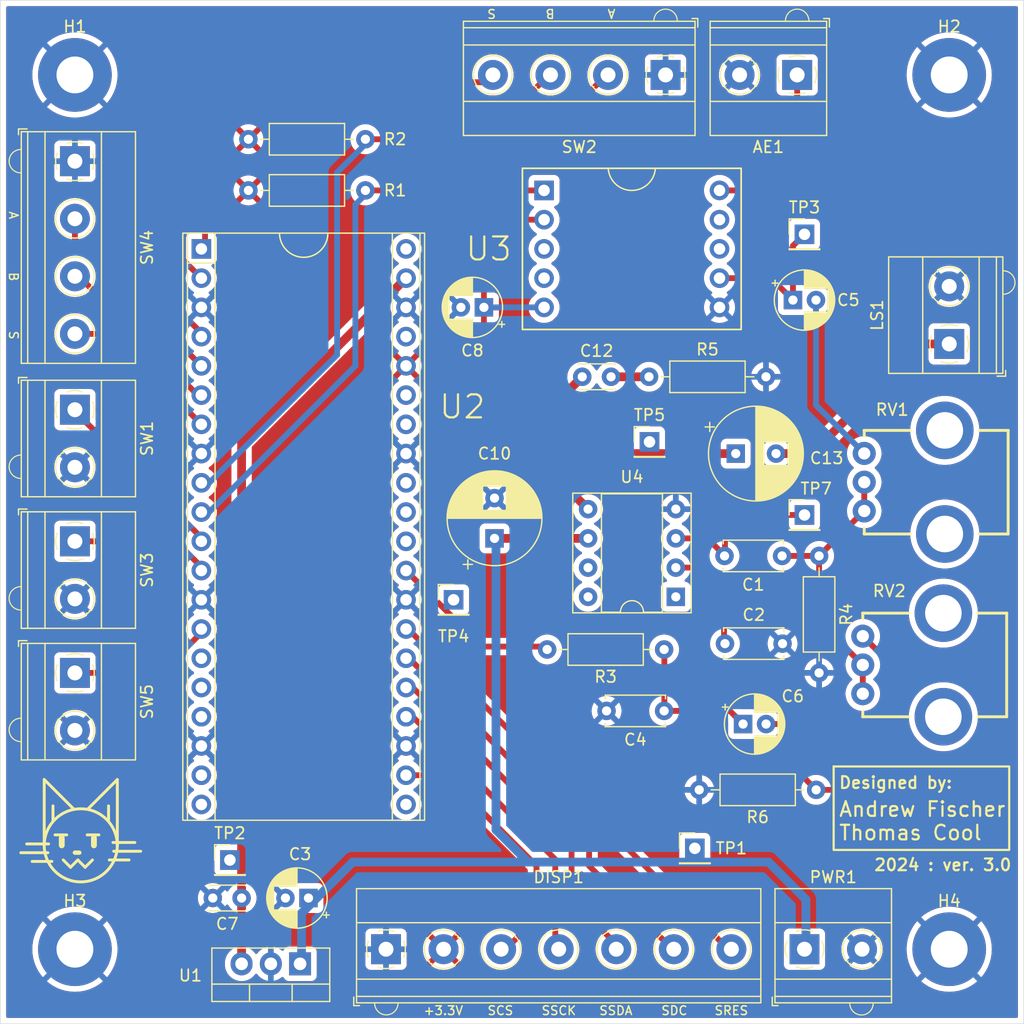
<source format=kicad_pcb>
(kicad_pcb (version 20240108) (generator "pcbnew") (generator_version "8.0")
  (layers (0 "F.Cu" signal) (31 "B.Cu" signal) (36 "B.SilkS" user "B.Silkscreen") (37 "F.SilkS" user "F.Silkscreen") (38 "B.Mask" user) (39 "F.Mask" user) (44 "Edge.Cuts" user))
  (net 0 "")
  (net 1 "GND")
  (net 2 "Net-(AE1-A)")
  (net 3 "+5V")
  (net 4 "+3.3V")
  (net 5 "Net-(C4-Pad1)")
  (net 6 "/AOUT")
  (net 7 "Net-(C5-Pad2)")
  (net 8 "Net-(C6-Pad2)")
  (net 9 "Net-(U4-+)")
  (net 11 "Net-(C12-Pad1)")
  (net 12 "Net-(C12-Pad2)")
  (net 13 "Net-(C13-Pad2)")
  (net 14 "/SDC")
  (net 15 "/SCS")
  (net 16 "/SSDA")
  (net 17 "/SSCK")
  (net 18 "/SRES")
  (net 19 "/ISCL")
  (net 20 "/ISDA")
  (net 21 "/PWM")
  (net 22 "/BTN1")
  (net 23 "/BTN2")
  (net 24 "/BTN3")
  (net 26 "/ENC2_CL")
  (net 30 "/ENC2_PB")
  (net 32 "/ENC1_PB")
  (net 35 "/ENC1_DR")
  (net 36 "/ENC1_CL")
  (net 42 "/ENC2_DR")
  (net 49 "Net-(C1-Pad1)")
  (net 50 "Net-(U4--)")
  (net 51 "+12V")
  (footprint "Connector_PinHeader_2.54mm:PinHeader_1x01_P2.54mm_Vertical" (layer "F.Cu") (at 127 82.804)
    (property "Reference" "TP7" (at 1.016 -2.286 0) (layer "F.SilkS"))
    (property "Value" "TestPoint")
    (pad "1" thru_hole rect (at 0 0) (size 1.7 1.7) (drill 1) (layers "*.Cu" "*.Mask") (net 9 "Net-(U4-+)"))
  )
  (footprint "Package_TO_SOT_THT:TO-220-3_Vertical" (layer "F.Cu") (at 83.185 121.793 180)
    (property "Reference" "U1" (at 9.525 -1.016 0) (layer "F.SilkS"))
    (property "Value" "L7805" (hide yes))
    (pad "1" thru_hole rect (at 0 0 180) (size 1.905 2) (drill 1.1) (layers "*.Cu" "*.Mask") (net 51 "+12V"))
    (pad "2" thru_hole oval (at 2.54 0 180) (size 1.905 2) (drill 1.1) (layers "*.Cu" "*.Mask") (net 1 "GND"))
    (pad "3" thru_hole oval (at 5.08 0 180) (size 1.905 2) (drill 1.1) (layers "*.Cu" "*.Mask") (net 3 "+5V"))
  )
  (footprint "ECE:RPi_Pico_TH" (layer "F.Cu") (at 83.5 83.82)
    (property "Reference" "U2" (at 13.782 -10.414 0) (layer "F.SilkS") (effects (font (size 2 2) (thickness 0.1905))))
    (property "Value" "RPi_Pico")
    (pad "1" thru_hole rect (at -8.89 -24.13) (size 1.7 1.7) (drill 1) (layers "*.Cu" "*.Mask") (net 36 "/ENC1_CL"))
    (pad "2" thru_hole circle (at -8.89 -21.59) (size 1.7 1.7) (drill 1) (layers "*.Cu" "*.Mask") (net 35 "/ENC1_DR"))
    (pad "3" thru_hole circle (at -8.89 -19.05) (size 1.7 1.7) (drill 1) (layers "*.Cu" "*.Mask") (net 1 "GND"))
    (pad "4" thru_hole circle (at -8.89 -16.51) (size 1.7 1.7) (drill 1) (layers "*.Cu" "*.Mask") (net 32 "/ENC1_PB"))
    (pad "5" thru_hole circle (at -8.89 -13.97) (size 1.7 1.7) (drill 1) (layers "*.Cu" "*.Mask") (net 26 "/ENC2_CL"))
    (pad "6" thru_hole circle (at -8.89 -11.43) (size 1.7 1.7) (drill 1) (layers "*.Cu" "*.Mask") (net 42 "/ENC2_DR"))
    (pad "7" thru_hole circle (at -8.89 -8.89) (size 1.7 1.7) (drill 1) (layers "*.Cu" "*.Mask") (net 30 "/ENC2_PB"))
    (pad "8" thru_hole circle (at -8.89 -6.35) (size 1.7 1.7) (drill 1) (layers "*.Cu" "*.Mask") (net 1 "GND"))
    (pad "9" thru_hole circle (at -8.89 -3.81) (size 1.7 1.7) (drill 1) (layers "*.Cu" "*.Mask") (net 20 "/ISDA"))
    (pad "10" thru_hole circle (at -8.89 -1.27) (size 1.7 1.7) (drill 1) (layers "*.Cu" "*.Mask") (net 19 "/ISCL"))
    (pad "11" thru_hole circle (at -8.89 1.27) (size 1.7 1.7) (drill 1) (layers "*.Cu" "*.Mask") (net 22 "/BTN1"))
    (pad "12" thru_hole circle (at -8.89 3.81) (size 1.7 1.7) (drill 1) (layers "*.Cu" "*.Mask") (net 23 "/BTN2"))
    (pad "13" thru_hole circle (at -8.89 6.35) (size 1.7 1.7) (drill 1) (layers "*.Cu" "*.Mask") (net 1 "GND"))
    (pad "14" thru_hole circle (at -8.89 8.89) (size 1.7 1.7) (drill 1) (layers "*.Cu" "*.Mask") (net 24 "/BTN3"))
    (pad "15" thru_hole circle (at -8.89 11.43) (size 1.7 1.7) (drill 1) (layers "*.Cu" "*.Mask"))
    (pad "16" thru_hole circle (at -8.89 13.97) (size 1.7 1.7) (drill 1) (layers "*.Cu" "*.Mask"))
    (pad "17" thru_hole circle (at -8.89 16.51) (size 1.7 1.7) (drill 1) (layers "*.Cu" "*.Mask"))
    (pad "18" thru_hole circle (at -8.89 19.05) (size 1.7 1.7) (drill 1) (layers "*.Cu" "*.Mask") (net 1 "GND"))
    (pad "19" thru_hole circle (at -8.89 21.59) (size 1.7 1.7) (drill 1) (layers "*.Cu" "*.Mask"))
    (pad "20" thru_hole circle (at -8.89 24.13) (size 1.7 1.7) (drill 1) (layers "*.Cu" "*.Mask"))
    (pad "21" thru_hole circle (at 8.89 24.13) (size 1.7 1.7) (drill 1) (layers "*.Cu" "*.Mask"))
    (pad "22" thru_hole circle (at 8.89 21.59) (size 1.7 1.7) (drill 1) (layers "*.Cu" "*.Mask") (net 15 "/SCS"))
    (pad "23" thru_hole circle (at 8.89 19.05) (size 1.7 1.7) (drill 1) (layers "*.Cu" "*.Mask") (net 1 "GND"))
    (pad "24" thru_hole circle (at 8.89 16.51) (size 1.7 1.7) (drill 1) (layers "*.Cu" "*.Mask") (net 17 "/SSCK"))
    (pad "25" thru_hole circle (at 8.89 13.97) (size 1.7 1.7) (drill 1) (layers "*.Cu" "*.Mask") (net 16 "/SSDA"))
    (pad "26" thru_hole circle (at 8.89 11.43) (size 1.7 1.7) (drill 1) (layers "*.Cu" "*.Mask") (net 14 "/SDC"))
    (pad "27" thru_hole circle (at 8.89 8.89) (size 1.7 1.7) (drill 1) (layers "*.Cu" "*.Mask") (net 18 "/SRES"))
    (pad "28" thru_hole circle (at 8.89 6.35) (size 1.7 1.7) (drill 1) (layers "*.Cu" "*.Mask") (net 1 "GND"))
    (pad "29" thru_hole circle (at 8.89 3.81) (size 1.7 1.7) (drill 1) (layers "*.Cu" "*.Mask") (net 21 "/PWM"))
    (pad "30" thru_hole circle (at 8.89 1.27) (size 1.7 1.7) (drill 1) (layers "*.Cu" "*.Mask"))
    (pad "31" thru_hole circle (at 8.89 -1.27) (size 1.7 1.7) (drill 1) (layers "*.Cu" "*.Mask"))
    (pad "32" thru_hole circle (at 8.89 -3.81) (size 1.7 1.7) (drill 1) (layers "*.Cu" "*.Mask"))
    (pad "33" thru_hole circle (at 8.89 -6.35) (size 1.7 1.7) (drill 1) (layers "*.Cu" "*.Mask") (net 1 "GND"))
    (pad "34" thru_hole circle (at 8.89 -8.89) (size 1.7 1.7) (drill 1) (layers "*.Cu" "*.Mask"))
    (pad "35" thru_hole circle (at 8.89 -11.43) (size 1.7 1.7) (drill 1) (layers "*.Cu" "*.Mask"))
    (pad "36" thru_hole circle (at 8.89 -13.97) (size 1.7 1.7) (drill 1) (layers "*.Cu" "*.Mask") (net 4 "+3.3V"))
    (pad "37" thru_hole circle (at 8.89 -16.51) (size 1.7 1.7) (drill 1) (layers "*.Cu" "*.Mask"))
    (pad "38" thru_hole circle (at 8.89 -19.05) (size 1.7 1.7) (drill 1) (layers "*.Cu" "*.Mask") (net 1 "GND"))
    (pad "39" thru_hole circle (at 8.89 -21.59) (size 1.7 1.7) (drill 1) (layers "*.Cu" "*.Mask") (net 3 "+5V"))
    (pad "40" thru_hole circle (at 8.89 -24.13) (size 1.7 1.7) (drill 1) (layers "*.Cu" "*.Mask"))
  )
  (footprint "Resistor_THT:R_Axial_DIN0207_L6.3mm_D2.5mm_P10.16mm_Horizontal" (layer "F.Cu") (at 113.496 70.8)
    (property "Reference" "R5" (at 5.08 -2.37 0) (layer "F.SilkS"))
    (property "Value" "10")
    (pad "1" thru_hole circle (at 0 0) (size 1.6 1.6) (drill 0.8) (layers "*.Cu" "*.Mask") (net 12 "Net-(C12-Pad2)"))
    (pad "2" thru_hole oval (at 10.16 0) (size 1.6 1.6) (drill 0.8) (layers "*.Cu" "*.Mask") (net 1 "GND"))
  )
  (footprint "Capacitor_THT:CP_Radial_D5.0mm_P2.00mm" (layer "F.Cu") (at 126 64.135)
    (property "Reference" "C5" (at 4.81 0 0) (layer "F.SilkS"))
    (property "Value" "100uF")
    (pad "1" thru_hole rect (at 0 0) (size 1.6 1.6) (drill 0.8) (layers "*.Cu" "*.Mask") (net 6 "/AOUT"))
    (pad "2" thru_hole circle (at 2 0) (size 1.6 1.6) (drill 0.8) (layers "*.Cu" "*.Mask") (net 7 "Net-(C5-Pad2)"))
  )
  (footprint "Resistor_THT:R_Axial_DIN0207_L6.3mm_D2.5mm_P10.16mm_Horizontal" (layer "F.Cu") (at 114.808 94.488 180)
    (property "Reference" "R3" (at 5.08 -2.37 0) (layer "F.SilkS"))
    (property "Value" "22k")
    (pad "1" thru_hole circle (at 0 0 180) (size 1.6 1.6) (drill 0.8) (layers "*.Cu" "*.Mask") (net 5 "Net-(C4-Pad1)"))
    (pad "2" thru_hole oval (at 10.16 0 180) (size 1.6 1.6) (drill 0.8) (layers "*.Cu" "*.Mask") (net 21 "/PWM"))
  )
  (footprint "Resistor_THT:R_Axial_DIN0207_L6.3mm_D2.5mm_P10.16mm_Horizontal" (layer "F.Cu") (at 128.016 106.68 180)
    (property "Reference" "R6" (at 5.08 -2.37 0) (layer "F.SilkS"))
    (property "Value" "100k")
    (pad "1" thru_hole circle (at 0 0 180) (size 1.6 1.6) (drill 0.8) (layers "*.Cu" "*.Mask") (net 8 "Net-(C6-Pad2)"))
    (pad "2" thru_hole oval (at 10.16 0 180) (size 1.6 1.6) (drill 0.8) (layers "*.Cu" "*.Mask") (net 1 "GND"))
  )
  (footprint "TerminalBlock_Phoenix:TerminalBlock_Phoenix_MKDS-1,5-2_1x02_P5.00mm_Horizontal" (layer "F.Cu") (at 63.627 85.09 -90)
    (property "Reference" "SW3" (at 2.5 -6.26 90) (layer "F.SilkS"))
    (property "Value" "Button 2")
    (pad "1" thru_hole rect (at 0 0 270) (size 2.6 2.6) (drill 1.3) (layers "*.Cu" "*.Mask") (net 23 "/BTN2"))
    (pad "2" thru_hole circle (at 5 0 270) (size 2.6 2.6) (drill 1.3) (layers "*.Cu" "*.Mask") (net 1 "GND"))
  )
  (footprint "Capacitor_THT:CP_Radial_D8.0mm_P3.50mm" (layer "F.Cu") (at 121.031 77.47)
    (property "Reference" "C13" (at 7.9 0.4 0) (layer "F.SilkS"))
    (property "Value" "470uF")
    (pad "1" thru_hole rect (at 0 0) (size 1.6 1.6) (drill 0.8) (layers "*.Cu" "*.Mask") (net 11 "Net-(C12-Pad1)"))
    (pad "2" thru_hole circle (at 3.5 0) (size 1.6 1.6) (drill 0.8) (layers "*.Cu" "*.Mask") (net 13 "Net-(C13-Pad2)"))
  )
  (footprint "MountingHole:MountingHole_3.2mm_M3_Pad" (layer "F.Cu") (at 139.573 44.577)
    (property "Reference" "H2" (at 0 -4.2 0) (layer "F.SilkS"))
    (property "Value" "~")
    (pad "1" thru_hole circle (at 0 0) (size 6.4 6.4) (drill 3.2) (layers "*.Cu" "*.Mask") (net 1 "GND"))
  )
  (footprint "Connector_PinHeader_2.54mm:PinHeader_1x01_P2.54mm_Vertical" (layer "F.Cu") (at 113.538 76.454)
    (property "Reference" "TP5" (at 0 -2.33 0) (layer "F.SilkS"))
    (property "Value" "TestPoint")
    (pad "1" thru_hole rect (at 0 0) (size 1.7 1.7) (drill 1) (layers "*.Cu" "*.Mask") (net 11 "Net-(C12-Pad1)"))
  )
  (footprint "ECE:RDA5807M_Module_TH" (layer "F.Cu") (at 112 59.69)
    (property "Reference" "U3" (at -12.432 0 0) (layer "F.SilkS") (effects (font (size 2 2) (thickness 0.1905))))
    (property "Value" "RDA5807M_Module")
    (pad "1" thru_hole rect (at -7.62 -5.08 180) (size 1.7 1.7) (drill 1) (layers "*.Cu" "*.Mask") (net 20 "/ISDA"))
    (pad "2" thru_hole circle (at -7.62 -2.54 180) (size 1.7 1.7) (drill 1) (layers "*.Cu" "*.Mask") (net 19 "/ISCL"))
    (pad "3" thru_hole circle (at -7.62 0 180) (size 1.7 1.7) (drill 1) (layers "*.Cu" "*.Mask"))
    (pad "4" thru_hole circle (at -7.62 2.54 180) (size 1.7 1.7) (drill 1) (layers "*.Cu" "*.Mask"))
    (pad "5" thru_hole circle (at -7.62 5.08 180) (size 1.7 1.7) (drill 1) (layers "*.Cu" "*.Mask") (net 4 "+3.3V"))
    (pad "6" thru_hole circle (at 7.62 5.08 180) (size 1.7 1.7) (drill 1) (layers "*.Cu" "*.Mask") (net 1 "GND"))
    (pad "7" thru_hole circle (at 7.62 2.54 180) (size 1.7 1.7) (drill 1) (layers "*.Cu" "*.Mask") (net 6 "/AOUT"))
    (pad "8" thru_hole circle (at 7.62 0 180) (size 1.7 1.7) (drill 1) (layers "*.Cu" "*.Mask"))
    (pad "9" thru_hole circle (at 7.62 -2.54 180) (size 1.7 1.7) (drill 1) (layers "*.Cu" "*.Mask"))
    (pad "10" thru_hole circle (at 7.62 -5.08 180) (size 1.7 1.7) (drill 1) (layers "*.Cu" "*.Mask") (net 2 "Net-(AE1-A)"))
  )
  (footprint "MountingHole:MountingHole_3.2mm_M3_Pad" (layer "F.Cu") (at 63.627 120.523)
    (property "Reference" "H3" (at 0 -4.2 0) (layer "F.SilkS"))
    (property "Value" "~")
    (pad "1" thru_hole circle (at 0 0) (size 6.4 6.4) (drill 3.2) (layers "*.Cu" "*.Mask") (net 1 "GND"))
  )
  (footprint "Connector_PinHeader_2.54mm:PinHeader_1x01_P2.54mm_Vertical" (layer "F.Cu") (at 77.089 112.776)
    (property "Reference" "TP2" (at 0 -2.33 0) (layer "F.SilkS"))
    (property "Value" "TestPoint")
    (pad "1" thru_hole rect (at 0 0) (size 1.7 1.7) (drill 1) (layers "*.Cu" "*.Mask") (net 3 "+5V"))
  )
  (footprint "TerminalBlock_Phoenix:TerminalBlock_Phoenix_MKDS-1,5-4_1x04_P5.00mm_Horizontal" (layer "F.Cu") (at 63.627 52.07 -90)
    (property "Reference" "SW4" (at 7.5 -6.26 90) (layer "F.SilkS"))
    (property "Value" "Encoder 2")
    (pad "A" thru_hole circle (at 5 0 270) (size 2.6 2.6) (drill 1.3) (layers "*.Cu" "*.Mask") (net 26 "/ENC2_CL"))
    (pad "B" thru_hole circle (at 10 0 270) (size 2.6 2.6) (drill 1.3) (layers "*.Cu" "*.Mask") (net 42 "/ENC2_DR"))
    (pad "C" thru_hole rect (at 0 0 270) (size 2.6 2.6) (drill 1.3) (layers "*.Cu" "*.Mask") (net 1 "GND"))
    (pad "S1" thru_hole circle (at 15 0 270) (size 2.6 2.6) (drill 1.3) (layers "*.Cu" "*.Mask") (net 30 "/ENC2_PB"))
  )
  (footprint "Capacitor_THT:C_Disc_D5.0mm_W2.5mm_P5.00mm" (layer "F.Cu") (at 120.095 93.98)
    (property "Reference" "C2" (at 2.5 -2.5 0) (layer "F.SilkS"))
    (property "Value" "220nF")
    (pad "1" thru_hole circle (at 0 0) (size 1.6 1.6) (drill 0.8) (layers "*.Cu" "*.Mask") (net 50 "Net-(U4--)"))
    (pad "2" thru_hole circle (at 5 0) (size 1.6 1.6) (drill 0.8) (layers "*.Cu" "*.Mask") (net 1 "GND"))
  )
  (footprint "ECE:Bourns_PTV09_Horiz" (layer "F.Cu") (at 132.065 95.83 -90)
    (property "Reference" "RV2" (at -6.422 -2.301 180) (layer "F.SilkS") (effects (font (size 1.016 1.016) (thickness 0.1524))))
    (property "Value" "50k")
    (pad "1" thru_hole circle (at -2.5 0 270) (size 2 2) (drill 1.0668) (layers "*.Cu" "*.Mask") (net 8 "Net-(C6-Pad2)"))
    (pad "2" thru_hole circle (at 0 0 270) (size 2 2) (drill 1.0668) (layers "*.Cu" "*.Mask") (net 49 "Net-(C1-Pad1)"))
    (pad "3" thru_hole circle (at 2.5 0 270) (size 2 2) (drill 1.0668) (layers "*.Cu" "*.Mask") (net 49 "Net-(C1-Pad1)"))
    (pad "4" thru_hole circle (at -4.5 -7 270) (size 5 5) (drill 3.175) (layers "*.Cu" "*.Mask"))
    (pad "5" thru_hole circle (at 4.5 -7 270) (size 5 5) (drill 3.175) (layers "*.Cu" "*.Mask"))
  )
  (footprint "Capacitor_THT:CP_Radial_D5.0mm_P2.00mm" (layer "F.Cu") (at 99.155 64.77 180)
    (property "Reference" "C8" (at 1 -3.75 0) (layer "F.SilkS"))
    (property "Value" "100uF")
    (pad "1" thru_hole rect (at 0 0 180) (size 1.6 1.6) (drill 0.8) (layers "*.Cu" "*.Mask") (net 4 "+3.3V"))
    (pad "2" thru_hole circle (at 2 0 180) (size 1.6 1.6) (drill 0.8) (layers "*.Cu" "*.Mask") (net 1 "GND"))
  )
  (footprint "TerminalBlock_Phoenix:TerminalBlock_Phoenix_MKDS-1,5-2_1x02_P5.00mm_Horizontal" (layer "F.Cu") (at 126.365 44.577 180)
    (property "Reference" "AE1" (at 2.5 -6.26 0) (layer "F.SilkS"))
    (property "Value" "Antenna")
    (pad "1" thru_hole rect (at 0 0 180) (size 2.6 2.6) (drill 1.3) (layers "*.Cu" "*.Mask") (net 2 "Net-(AE1-A)"))
    (pad "2" thru_hole circle (at 5 0 180) (size 2.6 2.6) (drill 1.3) (layers "*.Cu" "*.Mask") (net 1 "GND"))
  )
  (footprint "TerminalBlock_Phoenix:TerminalBlock_Phoenix_MKDS-1,5-2_1x02_P5.00mm_Horizontal" (layer "F.Cu") (at 63.627 96.52 -90)
    (property "Reference" "SW5" (at 2.5 -6.26 90) (layer "F.SilkS"))
    (property "Value" "Button 3")
    (pad "1" thru_hole rect (at 0 0 270) (size 2.6 2.6) (drill 1.3) (layers "*.Cu" "*.Mask") (net 24 "/BTN3"))
    (pad "2" thru_hole circle (at 5 0 270) (size 2.6 2.6) (drill 1.3) (layers "*.Cu" "*.Mask") (net 1 "GND"))
  )
  (footprint "TerminalBlock_Phoenix:TerminalBlock_Phoenix_MKDS-1,5-2_1x02_P5.00mm_Horizontal" (layer "F.Cu") (at 63.627 73.66 -90)
    (property "Reference" "SW1" (at 2.5 -6.26 90) (layer "F.SilkS"))
    (property "Value" "Button 1")
    (pad "1" thru_hole rect (at 0 0 270) (size 2.6 2.6) (drill 1.3) (layers "*.Cu" "*.Mask") (net 22 "/BTN1"))
    (pad "2" thru_hole circle (at 5 0 270) (size 2.6 2.6) (drill 1.3) (layers "*.Cu" "*.Mask") (net 1 "GND"))
  )
  (footprint "Capacitor_THT:CP_Radial_D8.0mm_P3.50mm" (layer "F.Cu") (at 100.076 84.837651 90)
    (property "Reference" "C10" (at 7.367651 0 180) (layer "F.SilkS"))
    (property "Value" "680uF")
    (pad "1" thru_hole rect (at 0 0 90) (size 1.6 1.6) (drill 0.8) (layers "*.Cu" "*.Mask") (net 51 "+12V"))
    (pad "2" thru_hole circle (at 3.5 0 90) (size 1.6 1.6) (drill 0.8) (layers "*.Cu" "*.Mask") (net 1 "GND"))
  )
  (footprint "MountingHole:MountingHole_3.2mm_M3_Pad" (layer "F.Cu") (at 63.627 44.577)
    (property "Reference" "H1" (at 0 -4.2 0) (layer "F.SilkS"))
    (property "Value" "~")
    (pad "1" thru_hole circle (at 0 0) (size 6.4 6.4) (drill 3.2) (layers "*.Cu" "*.Mask") (net 1 "GND"))
  )
  (footprint "Capacitor_THT:C_Disc_D3.0mm_W2.0mm_P2.50mm" (layer "F.Cu") (at 78.105 116.078 180)
    (property "Reference" "C7" (at 1.25 -2.25 0) (layer "F.SilkS"))
    (property "Value" "100nF")
    (pad "1" thru_hole circle (at 0 0 180) (size 1.6 1.6) (drill 0.8) (layers "*.Cu" "*.Mask") (net 3 "+5V"))
    (pad "2" thru_hole circle (at 2.5 0 180) (size 1.6 1.6) (drill 0.8) (layers "*.Cu" "*.Mask") (net 1 "GND"))
  )
  (footprint "Capacitor_THT:C_Disc_D3.0mm_W2.0mm_P2.50mm" (layer "F.Cu") (at 107.696 70.8)
    (property "Reference" "C12" (at 1.25 -2.25 0) (layer "F.SilkS"))
    (property "Value" "100nF")
    (pad "1" thru_hole circle (at 0 0) (size 1.6 1.6) (drill 0.8) (layers "*.Cu" "*.Mask") (net 11 "Net-(C12-Pad1)"))
    (pad "2" thru_hole circle (at 2.5 0) (size 1.6 1.6) (drill 0.8) (layers "*.Cu" "*.Mask") (net 12 "Net-(C12-Pad2)"))
  )
  (footprint "TerminalBlock_Phoenix:TerminalBlock_Phoenix_MKDS-1,5-4_1x04_P5.00mm_Horizontal" (layer "F.Cu") (at 114.935 44.577 180)
    (property "Reference" "SW2" (at 7.5 -6.26 0) (layer "F.SilkS"))
    (property "Value" "Encoder 1")
    (pad "A" thru_hole circle (at 5 0 180) (size 2.6 2.6) (drill 1.3) (layers "*.Cu" "*.Mask") (net 36 "/ENC1_CL"))
    (pad "B" thru_hole circle (at 10 0 180) (size 2.6 2.6) (drill 1.3) (layers "*.Cu" "*.Mask") (net 35 "/ENC1_DR"))
    (pad "C" thru_hole rect (at 0 0 180) (size 2.6 2.6) (drill 1.3) (layers "*.Cu" "*.Mask") (net 1 "GND"))
    (pad "S1" thru_hole circle (at 15 0 180) (size 2.6 2.6) (drill 1.3) (layers "*.Cu" "*.Mask") (net 32 "/ENC1_PB"))
  )
  (footprint "Resistor_THT:R_Axial_DIN0207_L6.3mm_D2.5mm_P10.16mm_Horizontal" (layer "F.Cu") (at 78.7 54.61)
    (property "Reference" "R1" (at 12.74 0 0) (layer "F.SilkS"))
    (property "Value" "2k2")
    (pad "1" thru_hole circle (at 0 0) (size 1.6 1.6) (drill 0.8) (layers "*.Cu" "*.Mask") (net 4 "+3.3V"))
    (pad "2" thru_hole oval (at 10.16 0) (size 1.6 1.6) (drill 0.8) (layers "*.Cu" "*.Mask") (net 19 "/ISCL"))
  )
  (footprint "Connector_PinHeader_2.54mm:PinHeader_1x01_P2.54mm_Vertical" (layer "F.Cu") (at 96.52 90.17)
    (property "Reference" "TP4" (at 0 3.175 0) (layer "F.SilkS"))
    (property "Value" "TestPoint")
    (pad "1" thru_hole rect (at 0 0) (size 1.7 1.7) (drill 1) (layers "*.Cu" "*.Mask") (net 21 "/PWM"))
  )
  (footprint "Connector_PinHeader_2.54mm:PinHeader_1x01_P2.54mm_Vertical" (layer "F.Cu") (at 127 58.42)
    (property "Reference" "TP3" (at 0 -2.33 0) (layer "F.SilkS"))
    (property "Value" "TestPoint")
    (pad "1" thru_hole rect (at 0 0) (size 1.7 1.7) (drill 1) (layers "*.Cu" "*.Mask") (net 6 "/AOUT"))
  )
  (footprint "TerminalBlock_Phoenix:TerminalBlock_Phoenix_MKDS-1,5-2_1x02_P5.00mm_Horizontal" (layer "F.Cu") (at 139.573 67.945 90)
    (property "Reference" "LS1" (at 2.5 -6.26 -90) (layer "F.SilkS"))
    (property "Value" "Speaker")
    (pad "1" thru_hole rect (at 0 0 90) (size 2.6 2.6) (drill 1.3) (layers "*.Cu" "*.Mask") (net 13 "Net-(C13-Pad2)"))
    (pad "2" thru_hole circle (at 5 0 90) (size 2.6 2.6) (drill 1.3) (layers "*.Cu" "*.Mask") (net 1 "GND"))
  )
  (footprint "MountingHole:MountingHole_3.2mm_M3_Pad" (layer "F.Cu") (at 139.573 120.523)
    (property "Reference" "H4" (at 0 -4.2 0) (layer "F.SilkS"))
    (property "Value" "~")
    (pad "1" thru_hole circle (at 0 0) (size 6.4 6.4) (drill 3.2) (layers "*.Cu" "*.Mask") (net 1 "GND"))
  )
  (footprint "Capacitor_THT:C_Disc_D5.0mm_W2.5mm_P5.00mm" (layer "F.Cu") (at 114.808 99.822 180)
    (property "Reference" "C4" (at 2.5 -2.5 0) (layer "F.SilkS"))
    (property "Value" "1nF")
    (pad "1" thru_hole circle (at 0 0 180) (size 1.6 1.6) (drill 0.8) (layers "*.Cu" "*.Mask") (net 5 "Net-(C4-Pad1)"))
    (pad "2" thru_hole circle (at 5 0 180) (size 1.6 1.6) (drill 0.8) (layers "*.Cu" "*.Mask") (net 1 "GND"))
  )
  (footprint "ECE:Bourns_PTV09_Horiz" (layer "F.Cu") (at 132.192 79.955 -90)
    (property "Reference" "RV1" (at -6.295 -2.428 180) (layer "F.SilkS") (effects (font (size 1.016 1.016) (thickness 0.1524))))
    (property "Value" "50k")
    (pad "1" thru_hole circle (at -2.5 0 270) (size 2 2) (drill 1.0668) (layers "*.Cu" "*.Mask") (net 7 "Net-(C5-Pad2)"))
    (pad "2" thru_hole circle (at 0 0 270) (size 2 2) (drill 1.0668) (layers "*.Cu" "*.Mask") (net 49 "Net-(C1-Pad1)"))
    (pad "3" thru_hole circle (at 2.5 0 270) (size 2 2) (drill 1.0668) (layers "*.Cu" "*.Mask") (net 49 "Net-(C1-Pad1)"))
    (pad "4" thru_hole circle (at -4.5 -7 270) (size 5 5) (drill 3.175) (layers "*.Cu" "*.Mask"))
    (pad "5" thru_hole circle (at 4.5 -7 270) (size 5 5) (drill 3.175) (layers "*.Cu" "*.Mask"))
  )
  (footprint "Capacitor_THT:CP_Radial_D5.0mm_P2.00mm" (layer "F.Cu") (at 121.666 100.965)
    (property "Reference" "C6" (at 4.318 -2.413 0) (layer "F.SilkS"))
    (property "Value" "1uF")
    (pad "1" thru_hole rect (at 0 0) (size 1.6 1.6) (drill 0.8) (layers "*.Cu" "*.Mask") (net 5 "Net-(C4-Pad1)"))
    (pad "2" thru_hole circle (at 2 0) (size 1.6 1.6) (drill 0.8) (layers "*.Cu" "*.Mask") (net 8 "Net-(C6-Pad2)"))
  )
  (footprint "Resistor_THT:R_Axial_DIN0207_L6.3mm_D2.5mm_P10.16mm_Horizontal" (layer "F.Cu") (at 78.7 50.165)
    (property "Reference" "R2" (at 12.74 0 0) (layer "F.SilkS"))
    (property "Value" "2k2")
    (pad "1" thru_hole circle (at 0 0) (size 1.6 1.6) (drill 0.8) (layers "*.Cu" "*.Mask") (net 4 "+3.3V"))
    (pad "2" thru_hole oval (at 10.16 0) (size 1.6 1.6) (drill 0.8) (layers "*.Cu" "*.Mask") (net 20 "/ISDA"))
  )
  (footprint "Package_DIP:DIP-8_W7.62mm_Socket" (layer "F.Cu") (at 115.824 89.916 180)
    (property "Reference" "U4" (at 3.81 10.414 0) (layer "F.SilkS"))
    (property "Value" "LM386")
    (pad "1" thru_hole rect (at 0 0 180) (size 1.6 1.6) (drill 0.8) (layers "*.Cu" "*.Mask"))
    (pad "2" thru_hole oval (at 0 2.54 180) (size 1.6 1.6) (drill 0.8) (layers "*.Cu" "*.Mask") (net 50 "Net-(U4--)"))
    (pad "3" thru_hole oval (at 0 5.08 180) (size 1.6 1.6) (drill 0.8) (layers "*.Cu" "*.Mask") (net 9 "Net-(U4-+)"))
    (pad "4" thru_hole oval (at 0 7.62 180) (size 1.6 1.6) (drill 0.8) (layers "*.Cu" "*.Mask") (net 1 "GND"))
    (pad "5" thru_hole oval (at 7.62 7.62 180) (size 1.6 1.6) (drill 0.8) (layers "*.Cu" "*.Mask") (net 11 "Net-(C12-Pad1)"))
    (pad "6" thru_hole oval (at 7.62 5.08 180) (size 1.6 1.6) (drill 0.8) (layers "*.Cu" "*.Mask") (net 51 "+12V"))
    (pad "7" thru_hole oval (at 7.62 2.54 180) (size 1.6 1.6) (drill 0.8) (layers "*.Cu" "*.Mask"))
    (pad "8" thru_hole oval (at 7.62 0 180) (size 1.6 1.6) (drill 0.8) (layers "*.Cu" "*.Mask"))
  )
  (footprint "Resistor_THT:R_Axial_DIN0207_L6.3mm_D2.5mm_P10.16mm_Horizontal" (layer "F.Cu") (at 128.27 86.36 -90)
    (property "Reference" "R4" (at 5.08 -2.37 90) (layer "F.SilkS"))
    (property "Value" "2k2")
    (pad "1" thru_hole circle (at 0 0 270) (size 1.6 1.6) (drill 0.8) (layers "*.Cu" "*.Mask") (net 49 "Net-(C1-Pad1)"))
    (pad "2" thru_hole oval (at 10.16 0 270) (size 1.6 1.6) (drill 0.8) (layers "*.Cu" "*.Mask") (net 1 "GND"))
  )
  (footprint "Capacitor_THT:CP_Radial_D5.0mm_P2.00mm" (layer "F.Cu") (at 83.915 116.078 180)
    (property "Reference" "C3" (at 0.73 3.81 0) (layer "F.SilkS"))
    (property "Value" "220nF")
    (pad "1" thru_hole rect (at 0 0 180) (size 1.6 1.6) (drill 0.8) (layers "*.Cu" "*.Mask") (net 51 "+12V"))
    (pad "2" thru_hole circle (at 2 0 180) (size 1.6 1.6) (drill 0.8) (layers "*.Cu" "*.Mask") (net 1 "GND"))
  )
  (footprint "Connector_PinHeader_2.54mm:PinHeader_1x01_P2.54mm_Vertical" (layer "F.Cu") (at 117.475 111.76)
    (property "Reference" "TP1" (at 3.175 0 0) (layer "F.SilkS"))
    (property "Value" "TestPoint")
    (pad "1" thru_hole rect (at 0 0) (size 1.7 1.7) (drill 1) (layers "*.Cu" "*.Mask") (net 51 "+12V"))
  )
  (footprint "TerminalBlock_Phoenix:TerminalBlock_Phoenix_MKDS-1,5-2_1x02_P5.00mm_Horizontal" (layer "F.Cu") (at 127 120.523)
    (property "Reference" "PWR1" (at 2.5 -6.26 0) (layer "F.SilkS"))
    (property "Value" "Power In")
    (pad "1" thru_hole rect (at 0 0) (size 2.6 2.6) (drill 1.3) (layers "*.Cu" "*.Mask") (net 51 "+12V"))
    (pad "2" thru_hole circle (at 5 0) (size 2.6 2.6) (drill 1.3) (layers "*.Cu" "*.Mask") (net 1 "GND"))
  )
  (footprint "TerminalBlock_Phoenix:TerminalBlock_Phoenix_MKDS-1,5-7_1x07_P5.00mm_Horizontal" (layer "F.Cu") (at 90.65 120.523)
    (property "Reference" "DISP1" (at 15 -6.26 0) (layer "F.SilkS"))
    (property "Value" "Display")
    (pad "1" thru_hole rect (at 0 0) (size 2.6 2.6) (drill 1.3) (layers "*.Cu" "*.Mask") (net 1 "GND"))
    (pad "2" thru_hole circle (at 5 0) (size 2.6 2.6) (drill 1.3) (layers "*.Cu" "*.Mask") (net 4 "+3.3V"))
    (pad "3" thru_hole circle (at 15 0) (size 2.6 2.6) (drill 1.3) (layers "*.Cu" "*.Mask") (net 17 "/SSCK"))
    (pad "4" thru_hole circle (at 20 0) (size 2.6 2.6) (drill 1.3) (layers "*.Cu" "*.Mask") (net 16 "/SSDA"))
    (pad "5" thru_hole circle (at 30 0) (size 2.6 2.6) (drill 1.3) (layers "*.Cu" "*.Mask") (net 18 "/SRES"))
    (pad "6" thru_hole circle (at 25 0) (size 2.6 2.6) (drill 1.3) (layers "*.Cu" "*.Mask") (net 14 "/SDC"))
    (pad "7" thru_hole circle (at 10 0) (size 2.6 2.6) (drill 1.3) (layers "*.Cu" "*.Mask") (net 15 "/SCS"))
  )
  (footprint "Capacitor_THT:C_Disc_D5.0mm_W2.5mm_P5.00mm" (layer "F.Cu") (at 125.055 86.36 180)
    (property "Reference" "C1" (at 2.5 -2.5 180) (layer "F.SilkS"))
    (property "Value" "220nF")
    (pad "1" thru_hole circle (at 0 0 180) (size 1.6 1.6) (drill 0.8) (layers "*.Cu" "*.Mask") (net 49 "Net-(C1-Pad1)"))
    (pad "2" thru_hole circle (at 5 0 180) (size 1.6 1.6) (drill 0.8) (layers "*.Cu" "*.Mask") (net 9 "Net-(U4-+)"))
  )
  (gr_circle (center 64.135 111.506) (end 67.31 111.506) (stroke (width 0.254)) (fill none) (layer "F.Cu"))
  (gr_line (start 60.96 105.785) (end 63.5 108.325) (stroke (width 0.254)) (layer "F.SilkS"))
  (gr_line (start 61.341 111.379) (end 59.436 111.379) (stroke (width 0.254)) (layer "F.SilkS"))
  (gr_line (start 61.62675 112.897) (end 59.91225 112.897) (stroke (width 0.254)) (layer "F.SilkS"))
  (gr_line (start 67.31 111.5) (end 67.31 105.785) (stroke (width 0.254)) (layer "F.SilkS"))
  (gr_line (start 64.516 113.405) (end 65.151 112.77) (stroke (width 0.254)) (layer "F.SilkS"))
  (gr_line (start 63.246 113.405) (end 63.881 112.77) (stroke (width 0.254)) (layer "F.SilkS"))
  (gr_arc (start 85.597999 58.42) (mid 83.488461 60.420349) (end 81.401029 58.396942) (stroke (width 0.127)) (layer "F.SilkS"))
  (gr_line (start 62.484 110.865) (end 62.484 111.5) (stroke (width 0.508)) (layer "F.SilkS"))
  (gr_line (start 65.278 110.865) (end 65.278 111.5) (stroke (width 0.508)) (layer "F.SilkS"))
  (gr_line (start 63.881 112.77) (end 64.516 113.405) (stroke (width 0.254)) (layer "F.SilkS"))
  (gr_line (start 66.548 108.071) (end 66.548 109.347) (stroke (width 0.254)) (layer "F.SilkS"))
  (gr_line (start 61.2775 112.141) (end 58.928 112.141) (stroke (width 0.254)) (layer "F.SilkS"))
  (gr_line (start 66.9925 112.014) (end 69.342 112.014) (stroke (width 0.254)) (layer "F.SilkS"))
  (gr_line (start 62.611 112.77) (end 63.246 113.405) (stroke (width 0.254)) (layer "F.SilkS"))
  (gr_arc (start 144.272 61.595) (mid 145.288 62.611) (end 144.272 63.627) (stroke (width 0.1)) (layer "F.SilkS"))
  (gr_arc (start 114.045999 52.701079) (mid 112.000982 54.610001) (end 109.954138 52.70304) (stroke (width 0.127)) (layer "F.SilkS"))
  (gr_arc (start 113.919 39.878) (mid 114.935 38.862) (end 115.951 39.878) (stroke (width 0.1)) (layer "F.SilkS"))
  (gr_arc (start 58.928 102.489) (mid 57.912 101.473) (end 58.928 100.457) (stroke (width 0.1)) (layer "F.SilkS"))
  (gr_arc (start 132.969 125.222) (mid 131.953 126.238) (end 130.937 125.222) (stroke (width 0.1)) (layer "F.SilkS"))
  (gr_arc (start 125.349 39.878) (mid 126.365 38.862) (end 127.381 39.878) (stroke (width 0.1)) (layer "F.SilkS"))
  (gr_line (start 63.627 112.135) (end 64.008 112.135) (stroke (width 0.381)) (layer "F.SilkS"))
  (gr_line (start 64.6938 110.5916) (end 65.7098 110.5916) (stroke (width 0.254)) (layer "F.SilkS"))
  (gr_arc (start 91.694 125.222) (mid 90.678 126.238) (end 89.662 125.222) (stroke (width 0.1)) (layer "F.SilkS"))
  (gr_line (start 66.6115 112.77) (end 68.326 112.77) (stroke (width 0.254)) (layer "F.SilkS"))
  (gr_line (start 66.929 111.252) (end 68.834 111.252) (stroke (width 0.254)) (layer "F.SilkS"))
  (gr_line (start 67.31 105.785) (end 64.77 108.325) (stroke (width 0.254)) (layer "F.SilkS"))
  (gr_line (start 60.96 111.5) (end 60.96 105.785) (stroke (width 0.254)) (layer "F.SilkS"))
  (gr_arc (start 58.928 53.086) (mid 57.912 52.07) (end 58.928 51.054) (stroke (width 0.1)) (layer "F.SilkS"))
  (gr_rect (start 129.535 104.648) (end 144.785 111.898) (stroke (width 0.1905)) (fill none) (layer "F.SilkS"))
  (gr_line (start 61.722 108.071) (end 61.722 109.347) (stroke (width 0.254)) (layer "F.SilkS"))
  (gr_arc (start 58.928 79.629) (mid 57.912 78.613) (end 58.928 77.597) (stroke (width 0.1)) (layer "F.SilkS"))
  (gr_line (start 61.8998 110.5916) (end 62.9158 110.5916) (stroke (width 0.254)) (layer "F.SilkS"))
  (gr_circle (center 64.135 111.5) (end 67.31 111.5) (stroke (width 0.254)) (fill none) (layer "F.SilkS"))
  (gr_arc (start 58.928 91.059) (mid 57.912 90.043) (end 58.928 89.027) (stroke (width 0.1)) (layer "F.SilkS"))
  (gr_rect (start 57.15 38.1) (end 146.05 127) (stroke (width 0.05)) (fill none) (layer "Edge.Cuts"))
  (gr_text "S" (at 99.822 39.243 180) (layer "F.SilkS") (effects (font (size 0.762 0.762) (thickness 0.127))))
  (gr_text "2024 : ver. 3.0" (at 132.969 113.792 0) (layer "F.SilkS") (effects (font (size 1.016 1.016) (thickness 0.1905)) (justify left bottom)))
  (gr_text "A" (at 58.293 56.769 270) (layer "F.SilkS") (effects (font (size 0.762 0.762) (thickness 0.127))))
  (gr_text "Designed by:" (at 129.91 106.648 0) (layer "F.SilkS") (effects (font (size 1.016 1.016) (thickness 0.1905)) (justify left bottom)))
  (gr_text "B" (at 58.293 62.103 270) (layer "F.SilkS") (effects (font (size 0.762 0.762) (thickness 0.127))))
  (gr_text "Andrew Fischer\nThomas Cool\n" (at 129.91 111.148 0) (layer "F.SilkS") (effects (font (size 1.27 1.27) (thickness 0.1905)) (justify left bottom)))
  (gr_text "+3.3V" (at 95.631 125.857 0) (layer "F.SilkS") (effects (font (size 0.762 0.762) (thickness 0.127))))
  (gr_text "SRES" (at 120.65 125.857 0) (layer "F.SilkS") (effects (font (size 0.762 0.762) (thickness 0.127))))
  (gr_text "SSDA" (at 110.617 125.857 0) (layer "F.SilkS") (effects (font (size 0.762 0.762) (thickness 0.127))))
  (gr_text "SSCK" (at 105.664 125.857 0) (layer "F.SilkS") (effects (font (size 0.762 0.762) (thickness 0.127))))
  (gr_text "SDC" (at 115.697 125.857 0) (layer "F.SilkS") (effects (font (size 0.762 0.762) (thickness 0.127))))
  (gr_text "A" (at 110.236 39.243 180) (layer "F.SilkS") (effects (font (size 0.762 0.762) (thickness 0.127))))
  (gr_text "SCS" (at 100.584 125.857 0) (layer "F.SilkS") (effects (font (size 0.762 0.762) (thickness 0.127))))
  (gr_text "S" (at 58.293 67.183 270) (layer "F.SilkS") (effects (font (size 0.762 0.762) (thickness 0.127))))
  (gr_text "B" (at 104.902 39.243 180) (layer "F.SilkS") (effects (font (size 0.762 0.762) (thickness 0.127))))
  (segment (start 119.62 54.61) (end 125.73 54.61) (width 0.508) (layer "F.Cu") (net 2))
  (segment (start 125.73 54.61) (end 126.365 53.975) (width 0.508) (layer "F.Cu") (net 2))
  (segment (start 126.365 53.975) (end 126.365 44.577) (width 0.508) (layer "F.Cu") (net 2))
  (segment (start 78.105 121.793) (end 78.105 76.515) (width 0.762) (layer "F.Cu") (net 3))
  (segment (start 78.105 76.515) (end 92.39 62.23) (width 0.762) (layer "F.Cu") (net 3))
  (segment (start 104.38 64.77) (end 99.155 64.77) (width 0.508) (layer "B.Cu") (net 4))
  (segment (start 114.828 94.508) (end 114.808 94.488) (width 0.508) (layer "F.Cu") (net 5))
  (segment (start 114.828 99.752) (end 114.828 94.508) (width 0.508) (layer "F.Cu") (net 5))
  (segment (start 114.758 99.822) (end 114.828 99.752) (width 0.508) (layer "F.Cu") (net 5))
  (segment (start 120.523 99.822) (end 121.666 100.965) (width 0.508) (layer "F.Cu") (net 5))
  (segment (start 114.758 99.822) (end 120.523 99.822) (width 0.508) (layer "F.Cu") (net 5))
  (segment (start 126 64.135) (end 124.095 62.23) (width 0.508) (layer "F.Cu") (net 6))
  (segment (start 126 64.135) (end 126 59.42) (width 0.508) (layer "F.Cu") (net 6))
  (segment (start 124.095 62.23) (end 119.62 62.23) (width 0.508) (layer "F.Cu") (net 6))
  (segment (start 126 59.42) (end 127 58.42) (width 0.508) (layer "F.Cu") (net 6))
  (segment (start 128 64.135) (end 128 73.263) (width 0.508) (layer "B.Cu") (net 7))
  (segment (start 128 73.263) (end 132.192 77.455) (width 0.508) (layer "B.Cu") (net 7))
  (segment (start 128.016 106.68) (end 130.175 106.68) (width 0.508) (layer "F.Cu") (net 8))
  (segment (start 123.666 100.965) (end 125.984 100.965) (width 0.508) (layer "F.Cu") (net 8))
  (segment (start 127 101.981) (end 125.984 100.965) (width 0.508) (layer "F.Cu") (net 8))
  (segment (start 134.62 95.885) (end 132.065 93.33) (width 0.508) (layer "F.Cu") (net 8))
  (segment (start 130.175 106.68) (end 134.62 102.235) (width 0.508) (layer "F.Cu") (net 8))
  (segment (start 134.62 102.235) (end 134.62 95.885) (width 0.508) (layer "F.Cu") (net 8))
  (segment (start 127 105.664) (end 127 101.981) (width 0.508) (layer "F.Cu") (net 8))
  (segment (start 128.016 106.68) (end 127 105.664) (width 0.508) (layer "F.Cu") (net 8))
  (segment (start 122.301 82.804) (end 127 82.804) (width 0.508) (layer "F.Cu") (net 9))
  (segment (start 120.095 85.01) (end 122.301 82.804) (width 0.508) (layer "F.Cu") (net 9))
  (segment (start 118.571 84.836) (end 120.095 86.36) (width 0.508) (layer "F.Cu") (net 9))
  (segment (start 115.824 84.836) (end 118.571 84.836) (width 0.508) (layer "F.Cu") (net 9))
  (segment (start 120.095 86.36) (end 120.095 85.01) (width 0.508) (layer "F.Cu") (net 9))
  (segment (start 107.258 77.47) (end 105.48 79.248) (width 0.762) (layer "F.Cu") (net 11))
  (segment (start 105.48 79.248) (end 105.48 73.016) (width 0.762) (layer "F.Cu") (net 11))
  (segment (start 121.031 77.47) (end 107.258 77.47) (width 0.762) (layer "F.Cu") (net 11))
  (segment (start 105.48 79.572) (end 105.48 79.248) (width 0.762) (layer "F.Cu") (net 11))
  (segment (start 108.204 82.296) (end 105.48 79.572) (width 0.762) (layer "F.Cu") (net 11))
  (segment (start 105.48 73.016) (end 107.696 70.8) (width 0.762) (layer "F.Cu") (net 11))
  (segment (start 110.196 70.8) (end 113.496 70.8) (width 0.762) (layer "F.Cu") (net 12))
  (segment (start 124.531 77.47) (end 127.635 77.47) (width 0.762) (layer "F.Cu") (net 13))
  (segment (start 127.635 77.47) (end 137.16 67.945) (width 0.762) (layer "F.Cu") (net 13))
  (segment (start 137.16 67.945) (end 139.573 67.945) (width 0.762) (layer "F.Cu") (net 13))
  (segment (start 115.509 120.5) (end 108.293 113.284) (width 0.508) (layer "F.Cu") (net 14))
  (segment (start 116.059 120.5) (end 115.509 120.5) (width 0.508) (layer "F.Cu") (net 14))
  (segment (start 108.293 113.284) (end 108.293 110.899) (width 0.508) (layer "F.Cu") (net 14))
  (segment (start 108.293 110.899) (end 92.644 95.25) (width 0.508) (layer "F.Cu") (net 14))
  (segment (start 101.059 120.5) (end 103.721 117.838) (width 0.508) (layer "F.Cu") (net 15))
  (segment (start 103.721 117.838) (end 103.721 113.284) (width 0.508) (layer "F.Cu") (net 15))
  (segment (start 103.721 113.284) (end 95.847 105.41) (width 0.508) (layer "F.Cu") (net 15))
  (segment (start 95.847 105.41) (end 92.644 105.41) (width 0.508) (layer "F.Cu") (net 15))
  (segment (start 111.059 120.5) (end 106.769 116.21) (width 0.508) (layer "F.Cu") (net 16))
  (segment (start 106.769 116.21) (end 106.769 111.595) (width 0.508) (layer "F.Cu") (net 16))
  (segment (start 106.769 111.595) (end 92.964 97.79) (width 0.508) (layer "F.Cu") (net 16))
  (segment (start 92.964 97.79) (end 92.644 97.79) (width 0.508) (layer "F.Cu") (net 16))
  (segment (start 105.354 119.795) (end 105.354 112.72) (width 0.508) (layer "F.Cu") (net 17))
  (segment (start 106.059 120.5) (end 105.354 119.795) (width 0.508) (layer "F.Cu") (net 17))
  (segment (start 105.354 112.72) (end 92.964 100.33) (width 0.508) (layer "F.Cu") (net 17))
  (segment (start 92.964 100.33) (end 92.644 100.33) (width 0.508) (layer "F.Cu") (net 17))
  (segment (start 121.059 120.5) (end 120.354 120.5) (width 0.508) (layer "F.Cu") (net 18))
  (segment (start 92.644 92.79) (end 92.644 92.71) (width 0.508) (layer "F.Cu") (net 18))
  (segment (start 120.354 120.5) (end 92.644 92.79) (width 0.508) (layer "F.Cu") (net 18))
  (segment (start 99.15 57.15) (end 104.38 57.15) (width 0.508) (layer "F.Cu") (net 19))
  (segment (start 88.86 54.61) (end 96.61 54.61) (width 0.508) (layer "F.Cu") (net 19))
  (segment (start 96.61 54.61) (end 99.15 57.15) (width 0.508) (layer "F.Cu") (net 19))
  (segment (start 87.99 69.85) (end 87.99 55.84) (width 0.508) (layer "B.Cu") (net 19))
  (segment (start 75.29 82.55) (end 87.99 69.85) (width 0.508) (layer "B.Cu") (net 19))
  (segment (start 87.99 55.84) (end 89.22 54.61) (width 0.508) (layer "B.Cu") (net 19))
  (segment (start 74.97 82.55) (end 75.29 82.55) (width 0.508) (layer "B.Cu") (net 19))
  (segment (start 95.885 50.165) (end 100.33 54.61) (width 0.508) (layer "F.Cu") (net 20))
  (segment (start 100.33 54.61) (end 104.38 54.61) (width 0.508) (layer "F.Cu") (net 20))
  (segment (start 88.86 50.165) (end 95.885 50.165) (width 0.508) (layer "F.Cu") (net 20))
  (segment (start 75.29 80.01) (end 86.4025 68.8975) (width 0.508) (layer "B.Cu") (net 20))
  (segment (start 86.4025 53.0475) (end 89.22 50.23) (width 0.508) (layer "B.Cu") (net 20))
  (segment (start 89.22 50.23) (end 89.22 50.165) (width 0.508) (layer "B.Cu") (net 20))
  (segment (start 86.4025 68.8975) (end 86.4025 53.0475) (width 0.508) (layer "B.Cu") (net 20))
  (segment (start 74.97 80.01) (end 75.29 80.01) (width 0.508) (layer "B.Cu") (net 20))
  (segment (start 103.77 54) (end 104.38 54.61) (width 0.254) (layer "B.Cu") (net 20))
  (segment (start 92.135 87.376) (end 98.993 94.234) (width 0.508) (layer "F.Cu") (net 21))
  (segment (start 98.993 94.234) (end 104.393 94.234) (width 0.508) (layer "F.Cu") (net 21))
  (segment (start 63.627 73.66) (end 63.627 73.787) (width 0.508) (layer "F.Cu") (net 22))
  (segment (start 74.61 84.77) (end 74.61 85.09) (width 0.508) (layer "F.Cu") (net 22))
  (segment (start 63.627 73.787) (end 74.61 84.77) (width 0.508) (layer "F.Cu") (net 22))
  (segment (start 72.39 85.09) (end 74.61 87.31) (width 0.508) (layer "F.Cu") (net 23))
  (segment (start 63.627 85.09) (end 72.39 85.09) (width 0.508) (layer "F.Cu") (net 23))
  (segment (start 74.61 87.31) (end 74.61 87.63) (width 0.508) (layer "F.Cu") (net 23))
  (segment (start 74.61 93.03) (end 74.61 92.71) (width 0.508) (layer "F.Cu") (net 24))
  (segment (start 63.627 96.52) (end 71.12 96.52) (width 0.508) (layer "F.Cu") (net 24))
  (segment (start 71.12 96.52) (end 74.61 93.03) (width 0.508) (layer "F.Cu") (net 24))
  (segment (start 63.627 58.867) (end 74.61 69.85) (width 0.508) (layer "F.Cu") (net 26))
  (segment (start 63.627 57.07) (end 63.627 58.867) (width 0.508) (layer "F.Cu") (net 26))
  (segment (start 66.75 67.07) (end 74.61 74.93) (width 0.508) (layer "F.Cu") (net 30))
  (segment (start 63.627 67.07) (end 66.75 67.07) (width 0.508) (layer "F.Cu") (net 30))
  (segment (start 71 63.38) (end 71 47.237) (width 0.508) (layer "F.Cu") (net 32))
  (segment (start 74.61 67.31) (end 74.61 66.99) (width 0.508) (layer "F.Cu") (net 32))
  (segment (start 99.3 45.212) (end 99.935 44.577) (width 0.508) (layer "F.Cu") (net 32))
  (segment (start 71 47.237) (end 73.025 45.212) (width 0.508) (layer "F.Cu") (net 32))
  (segment (start 74.61 66.99) (end 71 63.38) (width 0.508) (layer "F.Cu") (net 32))
  (segment (start 73.025 45.212) (end 99.3 45.212) (width 0.508) (layer "F.Cu") (net 32))
  (segment (start 102.776 46.609) (end 104.808 44.577) (width 0.508) (layer "F.Cu") (net 35))
  (segment (start 74.803 46.609) (end 102.776 46.609) (width 0.508) (layer "F.Cu") (net 35))
  (segment (start 74.61 62.23) (end 73.025 60.645) (width 0.508) (layer "F.Cu") (net 35))
  (segment (start 73.025 60.645) (end 73.025 48.387) (width 0.508) (layer "F.Cu") (net 35))
  (segment (start 73.025 48.387) (end 74.803 46.609) (width 0.508) (layer "F.Cu") (net 35))
  (segment (start 104.808 44.577) (end 104.935 44.577) (width 0.508) (layer "F.Cu") (net 35))
  (segment (start 106.385 48) (end 109.808 44.577) (width 0.508) (layer "F.Cu") (net 36))
  (segment (start 74.93 49.657) (end 76.587 48) (width 0.508) (layer "F.Cu") (net 36))
  (segment (start 109.808 44.577) (end 109.935 44.577) (width 0.508) (layer "F.Cu") (net 36))
  (segment (start 74.61 59.69) (end 74.93 59.37) (width 0.508) (layer "F.Cu") (net 36))
  (segment (start 74.93 59.37) (end 74.93 49.657) (width 0.508) (layer "F.Cu") (net 36))
  (segment (start 76.587 48) (end 106.385 48) (width 0.508) (layer "F.Cu") (net 36))
  (segment (start 74.295 72.39) (end 74.61 72.39) (width 0.508) (layer "F.Cu") (net 42))
  (segment (start 63.975 62.07) (end 74.295 72.39) (width 0.508) (layer "F.Cu") (net 42))
  (segment (start 63.627 62.07) (end 63.975 62.07) (width 0.508) (layer "F.Cu") (net 42))
  (segment (start 132.175 82.455) (end 132.192 82.455) (width 0.508) (layer "F.Cu") (net 49))
  (segment (start 132.065 95.83) (end 128.27 92.035) (width 0.508) (layer "F.Cu") (net 49))
  (segment (start 128.27 86.36) (end 124.968 86.36) (width 0.508) (layer "F.Cu") (net 49))
  (segment (start 132.192 79.955) (end 132.192 82.455) (width 0.508) (layer "F.Cu") (net 49))
  (segment (start 132.065 98.33) (end 132.065 95.83) (width 0.508) (layer "F.Cu") (net 49))
  (segment (start 128.27 86.36) (end 132.175 82.455) (width 0.508) (layer "F.Cu") (net 49))
  (segment (start 128.27 92.035) (end 128.27 86.36) (width 0.508) (layer "F.Cu") (net 49))
  (segment (start 120.015 88.9) (end 118.491 87.376) (width 0.508) (layer "F.Cu") (net 50))
  (segment (start 118.491 87.376) (end 115.824 87.376) (width 0.508) (layer "F.Cu") (net 50))
  (segment (start 120.015 93.9) (end 120.015 88.9) (width 0.508) (layer "F.Cu") (net 50))
  (segment (start 120.095 93.98) (end 120.015 93.9) (width 0.508) (layer "F.Cu") (net 50))
  (segment (start 108.202349 84.837651) (end 108.204 84.836) (width 0.762) (layer "F.Cu") (net 51))
  (segment (start 100.076 84.837651) (end 108.202349 84.837651) (width 0.762) (layer "F.Cu") (net 51))
  (segment (start 100.412 84.836) (end 100.076 84.5) (width 0.508) (layer "F.Cu") (net 51))
  (segment (start 83.312 117.4) (end 87.757 112.955) (width 0.762) (layer "B.Cu") (net 51))
  (segment (start 123.877 112.955) (end 119.582 112.955) (width 0.762) (layer "B.Cu") (net 51))
  (segment (start 102.997 112.955) (end 87.757 112.955) (width 0.762) (layer "B.Cu") (net 51))
  (segment (start 100.203 110.161) (end 102.997 112.955) (width 0.762) (layer "B.Cu") (net 51))
  (segment (start 83.312 121.92) (end 83.312 117.4) (width 0.762) (layer "B.Cu") (net 51))
  (segment (start 127.127 116.205) (end 123.877 112.955) (width 0.762) (layer "B.Cu") (net 51))
  (segment (start 119.582 112.955) (end 102.997 112.955) (width 0.762) (layer "B.Cu") (net 51))
  (segment (start 100.203 84.837651) (end 100.203 110.161) (width 0.762) (layer "B.Cu") (net 51))
  (segment (start 127.127 120.65) (end 127.127 116.205) (width 0.762) (layer "B.Cu") (net 51))
  (zone (net 0) (net_name "") (layer "F.Cu") (connect_pads (clearance 0)) (min_thickness 0.25)
    (keepout (tracks allowed) (vias allowed) (pads allowed) (copperpour not_allowed) (footprints allowed))
    (fill (thermal_gap 0.5) (thermal_bridge_width 0.5))
    (polygon (pts (xy 103.2764 65.532) (xy 103.632 65.8876) (xy 105.1306 65.8876) (xy 105.4862 65.532) (xy 105.4862 64.008) (xy 105.1306 63.6524) (xy 103.632 63.6524) (xy 103.2764 64.008)))
  )
  (zone (net 4) (net_name "+3.3V") (layer "F.Cu") (connect_pads (clearance 0.5)) (min_thickness 0.25) (fill yes (thermal_gap 0.5) (thermal_bridge_width 0.5))
    (polygon (pts (xy 146.05 38.1) (xy 146.05 127) (xy 57.15 127) (xy 57.15 38.1)))
  )
  (zone (net 1) (net_name "GND") (layer "B.Cu") (priority 1) (connect_pads (clearance 0.5)) (min_thickness 0.25) (fill yes (thermal_gap 0.5) (thermal_bridge_width 0.5))
    (polygon (pts (xy 57.15 38.1) (xy 146.05 38.1) (xy 146.05 127) (xy 57.15 127)))
  )
)
</source>
